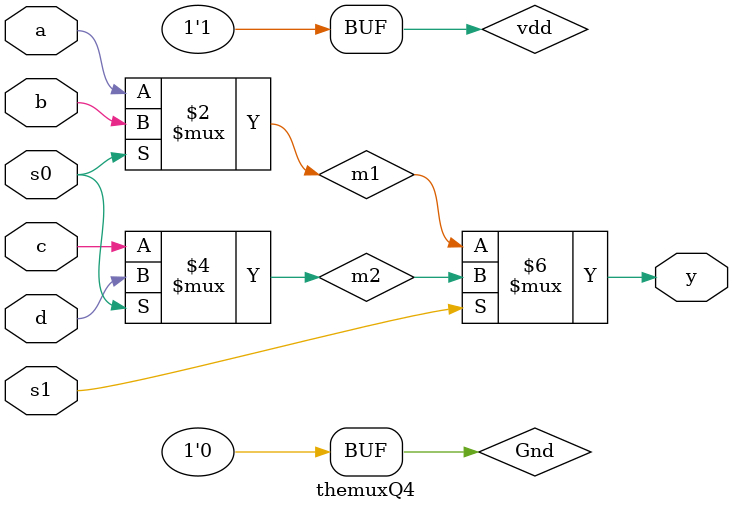
<source format=sv>
`timescale 1ns/1ns
module themuxQ4 (input s0,s1,a,b,c,d, output y);
	wire m1,m2;
	supply1 vdd;
	supply0 Gnd;
	assign #12 m1 = (~s0 ? a:b);
	assign #12 m2 = (~s0 ? c:d);
	assign #12 y = (~s1 ? m1:m2);
endmodule
</source>
